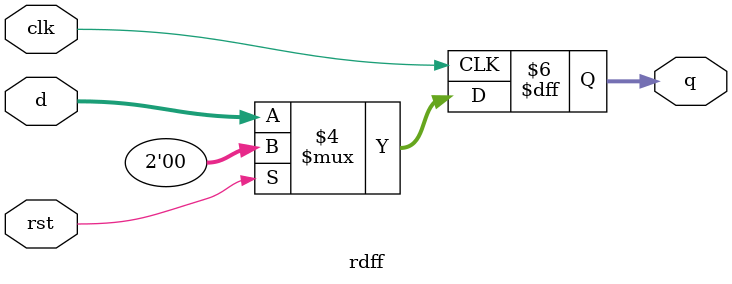
<source format=sv>


module rdff (
  input logic clk,
  input logic rst,
  input logic [1:0] d,
  output logic[1:0] q
);

always @(posedge clk) begin
  if(!rst)
  q <= d;
  else
  q <= 0;
end

endmodule: rdff

</source>
